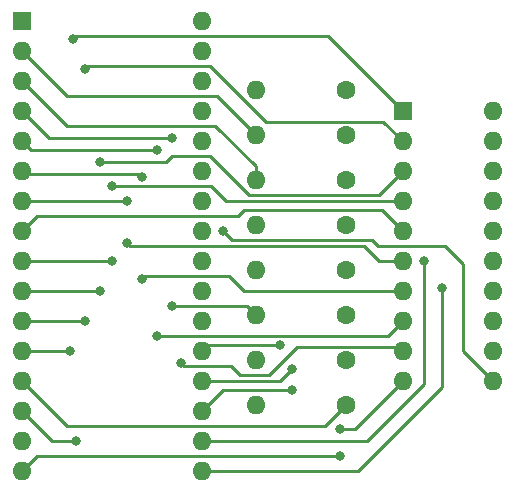
<source format=gbl>
G04 #@! TF.GenerationSoftware,KiCad,Pcbnew,5.1.12-84ad8e8a86~92~ubuntu20.04.1*
G04 #@! TF.CreationDate,2022-09-18T19:07:34-04:00*
G04 #@! TF.ProjectId,pal-dumper,70616c2d-6475-46d7-9065-722e6b696361,v1.0*
G04 #@! TF.SameCoordinates,Original*
G04 #@! TF.FileFunction,Copper,L2,Bot*
G04 #@! TF.FilePolarity,Positive*
%FSLAX46Y46*%
G04 Gerber Fmt 4.6, Leading zero omitted, Abs format (unit mm)*
G04 Created by KiCad (PCBNEW 5.1.12-84ad8e8a86~92~ubuntu20.04.1) date 2022-09-18 19:07:34*
%MOMM*%
%LPD*%
G01*
G04 APERTURE LIST*
G04 #@! TA.AperFunction,ComponentPad*
%ADD10O,1.600000X1.600000*%
G04 #@! TD*
G04 #@! TA.AperFunction,ComponentPad*
%ADD11C,1.600000*%
G04 #@! TD*
G04 #@! TA.AperFunction,ComponentPad*
%ADD12R,1.600000X1.600000*%
G04 #@! TD*
G04 #@! TA.AperFunction,ViaPad*
%ADD13C,0.800000*%
G04 #@! TD*
G04 #@! TA.AperFunction,Conductor*
%ADD14C,0.250000*%
G04 #@! TD*
G04 APERTURE END LIST*
D10*
X136144000Y-92710000D03*
D11*
X143764000Y-92710000D03*
D10*
X156210000Y-83058000D03*
X148590000Y-105918000D03*
X156210000Y-85598000D03*
X148590000Y-103378000D03*
X156210000Y-88138000D03*
X148590000Y-100838000D03*
X156210000Y-90678000D03*
X148590000Y-98298000D03*
X156210000Y-93218000D03*
X148590000Y-95758000D03*
X156210000Y-95758000D03*
X148590000Y-93218000D03*
X156210000Y-98298000D03*
X148590000Y-90678000D03*
X156210000Y-100838000D03*
X148590000Y-88138000D03*
X156210000Y-103378000D03*
X148590000Y-85598000D03*
X156210000Y-105918000D03*
D12*
X148590000Y-83058000D03*
D10*
X131572000Y-75438000D03*
X116332000Y-113538000D03*
X131572000Y-77978000D03*
X116332000Y-110998000D03*
X131572000Y-80518000D03*
X116332000Y-108458000D03*
X131572000Y-83058000D03*
X116332000Y-105918000D03*
X131572000Y-85598000D03*
X116332000Y-103378000D03*
X131572000Y-88138000D03*
X116332000Y-100838000D03*
X131572000Y-90678000D03*
X116332000Y-98298000D03*
X131572000Y-93218000D03*
X116332000Y-95758000D03*
X131572000Y-95758000D03*
X116332000Y-93218000D03*
X131572000Y-98298000D03*
X116332000Y-90678000D03*
X131572000Y-100838000D03*
X116332000Y-88138000D03*
X131572000Y-103378000D03*
X116332000Y-85598000D03*
X131572000Y-105918000D03*
X116332000Y-83058000D03*
X131572000Y-108458000D03*
X116332000Y-80518000D03*
X131572000Y-110998000D03*
X116332000Y-77978000D03*
X131572000Y-113538000D03*
D12*
X116332000Y-75438000D03*
D10*
X136144000Y-81280000D03*
D11*
X143764000Y-81280000D03*
D10*
X136144000Y-85090000D03*
D11*
X143764000Y-85090000D03*
D10*
X136144000Y-88900000D03*
D11*
X143764000Y-88900000D03*
D10*
X136144000Y-96520000D03*
D11*
X143764000Y-96520000D03*
D10*
X136144000Y-100330000D03*
D11*
X143764000Y-100330000D03*
D10*
X136144000Y-104140000D03*
D11*
X143764000Y-104140000D03*
D10*
X136144000Y-107950000D03*
D11*
X143764000Y-107950000D03*
D13*
X120904000Y-110998000D03*
X129032000Y-85344000D03*
X129032000Y-99568000D03*
X151892000Y-98044000D03*
X150368000Y-95758000D03*
X139192000Y-106680000D03*
X139192000Y-104902000D03*
X138176000Y-102870000D03*
X143256000Y-109982000D03*
X143256000Y-112268000D03*
X120650000Y-76962000D03*
X120396000Y-103378000D03*
X129794000Y-104394000D03*
X121666000Y-79502000D03*
X121666000Y-100838000D03*
X133350000Y-93218000D03*
X122936000Y-87413000D03*
X122936000Y-98298000D03*
X123952000Y-89408000D03*
X123952000Y-95758000D03*
X125222000Y-90678000D03*
X125222000Y-94234000D03*
X126492000Y-97282000D03*
X126492000Y-88646000D03*
X127762000Y-102108000D03*
X127762000Y-86360004D03*
D14*
X141986000Y-109728000D02*
X143764000Y-107950000D01*
X120142000Y-109728000D02*
X141986000Y-109728000D01*
X116332000Y-105918000D02*
X120142000Y-109728000D01*
X116332000Y-108458000D02*
X118872000Y-110998000D01*
X118872000Y-110998000D02*
X120904000Y-110998000D01*
X116332000Y-83058000D02*
X118618000Y-85344000D01*
X118618000Y-85344000D02*
X129032000Y-85344000D01*
X135382000Y-99568000D02*
X136144000Y-100330000D01*
X129032000Y-99568000D02*
X135382000Y-99568000D01*
X144780000Y-113538000D02*
X131572000Y-113538000D01*
X151892000Y-106426000D02*
X144780000Y-113538000D01*
X151892000Y-98044000D02*
X151892000Y-106426000D01*
X145542000Y-110998000D02*
X131572000Y-110998000D01*
X150368000Y-106172000D02*
X145542000Y-110998000D01*
X150368000Y-95758000D02*
X150368000Y-106172000D01*
X136144000Y-87768630D02*
X136144000Y-88900000D01*
X132703370Y-84328000D02*
X136144000Y-87768630D01*
X120142000Y-84328000D02*
X132703370Y-84328000D01*
X116332000Y-80518000D02*
X120142000Y-84328000D01*
X133350000Y-106680000D02*
X139192000Y-106680000D01*
X131572000Y-108458000D02*
X133350000Y-106680000D01*
X132842000Y-81788000D02*
X136144000Y-85090000D01*
X120142000Y-81788000D02*
X132842000Y-81788000D01*
X116332000Y-77978000D02*
X120142000Y-81788000D01*
X138176000Y-105918000D02*
X139192000Y-104902000D01*
X131572000Y-105918000D02*
X138176000Y-105918000D01*
X132080000Y-102870000D02*
X138176000Y-102870000D01*
X131572000Y-103378000D02*
X132080000Y-102870000D01*
X148590000Y-105918000D02*
X144526000Y-109982000D01*
X144526000Y-109982000D02*
X143256000Y-109982000D01*
X117602000Y-112268000D02*
X143256000Y-112268000D01*
X116332000Y-113538000D02*
X117602000Y-112268000D01*
X120396000Y-103378000D02*
X116332000Y-103378000D01*
X120904000Y-76708000D02*
X120650000Y-76962000D01*
X142240000Y-76708000D02*
X120904000Y-76708000D01*
X148590000Y-83058000D02*
X142240000Y-76708000D01*
X148226999Y-103014999D02*
X148590000Y-103378000D01*
X139653500Y-103014999D02*
X148226999Y-103014999D01*
X137258499Y-105410000D02*
X139653500Y-103014999D01*
X134803499Y-105410000D02*
X137258499Y-105410000D01*
X134041499Y-104648000D02*
X134803499Y-105410000D01*
X130048000Y-104648000D02*
X134041499Y-104648000D01*
X129794000Y-104394000D02*
X130048000Y-104648000D01*
X121666000Y-100838000D02*
X116332000Y-100838000D01*
X132277501Y-79248000D02*
X121920000Y-79248000D01*
X136994500Y-83964999D02*
X132277501Y-79248000D01*
X146956999Y-83964999D02*
X136994500Y-83964999D01*
X121920000Y-79248000D02*
X121666000Y-79502000D01*
X148590000Y-85598000D02*
X146956999Y-83964999D01*
X153670000Y-103378000D02*
X156210000Y-105918000D01*
X153670000Y-96012000D02*
X153670000Y-103378000D01*
X152146000Y-94488000D02*
X153670000Y-96012000D01*
X146487499Y-94488000D02*
X152146000Y-94488000D01*
X134112000Y-93980000D02*
X145979499Y-93980000D01*
X145979499Y-93980000D02*
X146487499Y-94488000D01*
X133350000Y-93218000D02*
X134112000Y-93980000D01*
X122936000Y-98298000D02*
X116332000Y-98298000D01*
X122935999Y-87412999D02*
X122936000Y-87413000D01*
X122899001Y-87412999D02*
X122935999Y-87412999D01*
X122936000Y-87376000D02*
X122899001Y-87412999D01*
X128524000Y-87376000D02*
X122936000Y-87376000D01*
X129032000Y-86868000D02*
X128524000Y-87376000D01*
X132277501Y-86868000D02*
X129032000Y-86868000D01*
X135579501Y-90170000D02*
X132277501Y-86868000D01*
X146558000Y-90170000D02*
X135579501Y-90170000D01*
X148590000Y-88138000D02*
X146558000Y-90170000D01*
X123952000Y-95758000D02*
X116332000Y-95758000D01*
X133604000Y-90678000D02*
X132334000Y-89408000D01*
X132334000Y-89408000D02*
X123952000Y-89408000D01*
X148590000Y-90678000D02*
X133604000Y-90678000D01*
X146812000Y-91440000D02*
X148590000Y-93218000D01*
X135163998Y-91440000D02*
X146812000Y-91440000D01*
X134655998Y-91948000D02*
X135163998Y-91440000D01*
X117602000Y-91948000D02*
X134655998Y-91948000D01*
X116332000Y-93218000D02*
X117602000Y-91948000D01*
X116332000Y-90678000D02*
X125222000Y-90678000D01*
X145288000Y-94488000D02*
X146558000Y-95758000D01*
X125476000Y-94488000D02*
X145288000Y-94488000D01*
X146558000Y-95758000D02*
X148590000Y-95758000D01*
X125222000Y-94234000D02*
X125476000Y-94488000D01*
X135128000Y-98298000D02*
X148590000Y-98298000D01*
X133858000Y-97028000D02*
X135128000Y-98298000D01*
X126746000Y-97028000D02*
X133858000Y-97028000D01*
X126492000Y-97282000D02*
X126746000Y-97028000D01*
X126238000Y-88392000D02*
X126492000Y-88646000D01*
X116586000Y-88392000D02*
X126238000Y-88392000D01*
X116332000Y-88138000D02*
X116586000Y-88392000D01*
X147320000Y-102108000D02*
X148590000Y-100838000D01*
X127762000Y-102108000D02*
X147320000Y-102108000D01*
X127761996Y-86360000D02*
X127762000Y-86360004D01*
X117094000Y-86360000D02*
X127761996Y-86360000D01*
X116332000Y-85598000D02*
X117094000Y-86360000D01*
M02*

</source>
